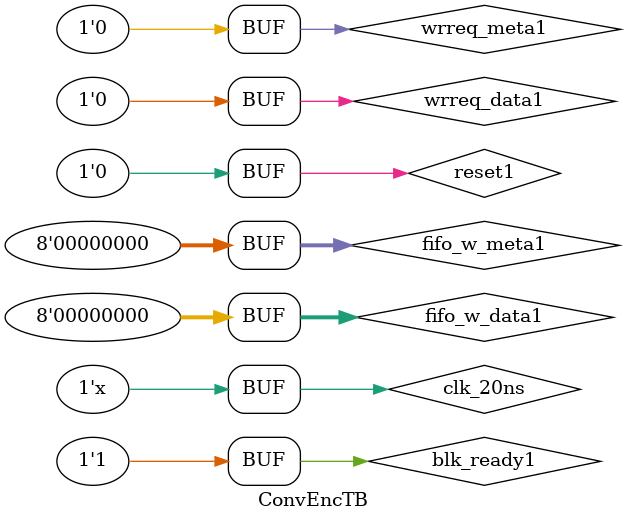
<source format=v>
module ConvEncTB();
	// inputs to skeleton function
	reg clk_20ns, reset1, blk_ready1, wrreq_data1, wrreq_meta1;
	reg [7:0] fifo_w_data1, fifo_w_meta1;

	// outputs to skeleton function
	wire [7:0] out_fifo01, out_fifo11, out_fifo21;
	wire [6:0] cout;
	wire [2:0] dout;
	wire [2:0] counter_mod1;
	wire [12:0] counter_out1;
	wire [7:0] blk_data1, blk_meta1;
	wire computation_done1, instantiate_computation1, compute_enable1;

	//instantiate device
	skeleton test1(.clk(clk_20ns), .reset(reset1), .blk_ready(blk_ready1), .fifo_w_data(fifo_w_data1), .fifo_w_meta(fifo_w_meta1), .blk_data(blk_data1), .blk_meta(blk_meta1), .wrreq_data(wrreq_data1), .wrreq_meta(wrreq_meta1), .cOut(cout), .dOut(dout), .computation_done(omputation_done1), .instantiate_computation(instantiate_computation1), .compute_enable(ompute_enable1), .counter_out(counter_out1), .counter_mod(counter_mod1), .out_to_fifo0(out_to_fifo01), .out_to_fifo1(out_to_fifo11), .out_to_fifo2(out_to_fifo21));

	always
		#10 clk_20ns = ~ clk_20ns; //make 50 MHZ clock

	//set up initial values in 
	initial
	begin
		$display(" << Starting the Simulation >>");
		clk_20ns = 1'b0;
		reset1 = 1'b1;
		#20; reset1 = 1'b0; wrreq_data1 = 1'b1; wrreq_meta1 = 1'b1; fifo_w_data1 = 8'hF3; fifo_w_meta1 = 8'h1E;   //turn reset off after 20 ns, turn on input to fifos and begin input
		#20; wrreq_meta1 = 1'b0; fifo_w_meta1 = 8'h00; fifo_w_data1 = 8'h05;
		#20; fifo_w_data1 = 8'h19; 
		#20; fifo_w_data1 = 8'hC7; 
		#20; fifo_w_data1 = 8'h00; wrreq_data1 = 1'b0; blk_ready1 = 1'b1;
	end
	
	//display output of cout and dout 
	always @(negedge clk_20ns)
	begin
		$display($time, "<< Cout = %h, Dout = %h >>",  cout, dout);
	end
	
endmodule




</source>
